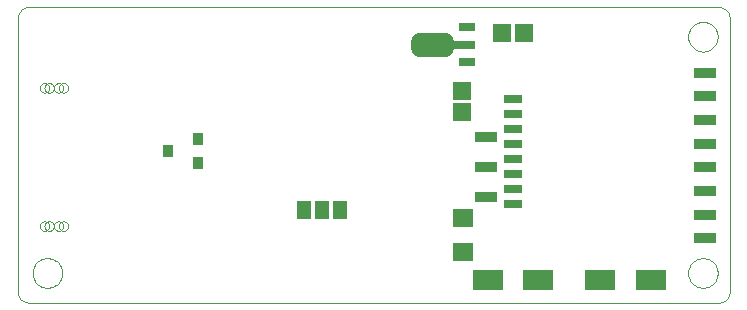
<source format=gbp>
G75*
%MOIN*%
%OFA0B0*%
%FSLAX24Y24*%
%IPPOS*%
%LPD*%
%AMOC8*
5,1,8,0,0,1.08239X$1,22.5*
%
%ADD10C,0.0000*%
%ADD11R,0.1043X0.0689*%
%ADD12R,0.0710X0.0630*%
%ADD13R,0.0551X0.0315*%
%ADD14R,0.0748X0.0315*%
%ADD15C,0.0600*%
%ADD16R,0.0600X0.0600*%
%ADD17R,0.0600X0.0250*%
%ADD18R,0.0760X0.0320*%
%ADD19R,0.0460X0.0630*%
%ADD20R,0.0354X0.0394*%
D10*
X005880Y000515D02*
X005880Y009649D01*
X005879Y009649D02*
X005877Y009686D01*
X005879Y009723D01*
X005884Y009760D01*
X005894Y009796D01*
X005907Y009831D01*
X005924Y009865D01*
X005944Y009896D01*
X005967Y009925D01*
X005994Y009952D01*
X006022Y009976D01*
X006054Y009996D01*
X006087Y010013D01*
X006122Y010027D01*
X006158Y010037D01*
X006195Y010043D01*
X029207Y010043D01*
X029244Y010045D01*
X029281Y010043D01*
X029318Y010038D01*
X029354Y010028D01*
X029389Y010015D01*
X029423Y009998D01*
X029454Y009978D01*
X029483Y009955D01*
X029510Y009928D01*
X029534Y009900D01*
X029554Y009868D01*
X029571Y009835D01*
X029585Y009800D01*
X029595Y009764D01*
X029601Y009727D01*
X029601Y009728D02*
X029601Y000594D01*
X029601Y000593D02*
X029603Y000556D01*
X029601Y000519D01*
X029596Y000482D01*
X029586Y000446D01*
X029573Y000411D01*
X029556Y000377D01*
X029536Y000346D01*
X029513Y000317D01*
X029486Y000290D01*
X029458Y000266D01*
X029426Y000246D01*
X029393Y000229D01*
X029358Y000215D01*
X029322Y000205D01*
X029285Y000199D01*
X029286Y000200D02*
X006274Y000200D01*
X006273Y000199D02*
X006238Y000197D01*
X006203Y000198D01*
X006169Y000203D01*
X006135Y000211D01*
X006102Y000222D01*
X006070Y000237D01*
X006039Y000255D01*
X006011Y000275D01*
X005985Y000298D01*
X005961Y000324D01*
X005940Y000352D01*
X005921Y000382D01*
X005906Y000413D01*
X005894Y000446D01*
X005885Y000480D01*
X005879Y000515D01*
X006372Y001184D02*
X006374Y001228D01*
X006380Y001272D01*
X006390Y001315D01*
X006403Y001357D01*
X006421Y001397D01*
X006442Y001436D01*
X006466Y001473D01*
X006493Y001508D01*
X006524Y001540D01*
X006557Y001569D01*
X006593Y001595D01*
X006631Y001617D01*
X006671Y001636D01*
X006712Y001652D01*
X006755Y001664D01*
X006798Y001672D01*
X006842Y001676D01*
X006886Y001676D01*
X006930Y001672D01*
X006973Y001664D01*
X007016Y001652D01*
X007057Y001636D01*
X007097Y001617D01*
X007135Y001595D01*
X007171Y001569D01*
X007204Y001540D01*
X007235Y001508D01*
X007262Y001473D01*
X007286Y001436D01*
X007307Y001397D01*
X007325Y001357D01*
X007338Y001315D01*
X007348Y001272D01*
X007354Y001228D01*
X007356Y001184D01*
X007354Y001140D01*
X007348Y001096D01*
X007338Y001053D01*
X007325Y001011D01*
X007307Y000971D01*
X007286Y000932D01*
X007262Y000895D01*
X007235Y000860D01*
X007204Y000828D01*
X007171Y000799D01*
X007135Y000773D01*
X007097Y000751D01*
X007057Y000732D01*
X007016Y000716D01*
X006973Y000704D01*
X006930Y000696D01*
X006886Y000692D01*
X006842Y000692D01*
X006798Y000696D01*
X006755Y000704D01*
X006712Y000716D01*
X006671Y000732D01*
X006631Y000751D01*
X006593Y000773D01*
X006557Y000799D01*
X006524Y000828D01*
X006493Y000860D01*
X006466Y000895D01*
X006442Y000932D01*
X006421Y000971D01*
X006403Y001011D01*
X006390Y001053D01*
X006380Y001096D01*
X006374Y001140D01*
X006372Y001184D01*
X006609Y002747D02*
X006611Y002772D01*
X006617Y002796D01*
X006626Y002818D01*
X006639Y002839D01*
X006655Y002858D01*
X006674Y002874D01*
X006695Y002887D01*
X006717Y002896D01*
X006741Y002902D01*
X006766Y002904D01*
X006791Y002902D01*
X006815Y002896D01*
X006837Y002887D01*
X006858Y002874D01*
X006877Y002858D01*
X006893Y002839D01*
X006906Y002818D01*
X006915Y002796D01*
X006921Y002772D01*
X006923Y002747D01*
X006921Y002722D01*
X006915Y002698D01*
X006906Y002676D01*
X006893Y002655D01*
X006877Y002636D01*
X006858Y002620D01*
X006837Y002607D01*
X006815Y002598D01*
X006791Y002592D01*
X006766Y002590D01*
X006741Y002592D01*
X006717Y002598D01*
X006695Y002607D01*
X006674Y002620D01*
X006655Y002636D01*
X006639Y002655D01*
X006626Y002676D01*
X006617Y002698D01*
X006611Y002722D01*
X006609Y002747D01*
X006766Y002747D02*
X006768Y002772D01*
X006774Y002796D01*
X006783Y002818D01*
X006796Y002839D01*
X006812Y002858D01*
X006831Y002874D01*
X006852Y002887D01*
X006874Y002896D01*
X006898Y002902D01*
X006923Y002904D01*
X006948Y002902D01*
X006972Y002896D01*
X006994Y002887D01*
X007015Y002874D01*
X007034Y002858D01*
X007050Y002839D01*
X007063Y002818D01*
X007072Y002796D01*
X007078Y002772D01*
X007080Y002747D01*
X007078Y002722D01*
X007072Y002698D01*
X007063Y002676D01*
X007050Y002655D01*
X007034Y002636D01*
X007015Y002620D01*
X006994Y002607D01*
X006972Y002598D01*
X006948Y002592D01*
X006923Y002590D01*
X006898Y002592D01*
X006874Y002598D01*
X006852Y002607D01*
X006831Y002620D01*
X006812Y002636D01*
X006796Y002655D01*
X006783Y002676D01*
X006774Y002698D01*
X006768Y002722D01*
X006766Y002747D01*
X007081Y002747D02*
X007083Y002772D01*
X007089Y002796D01*
X007098Y002818D01*
X007111Y002839D01*
X007127Y002858D01*
X007146Y002874D01*
X007167Y002887D01*
X007189Y002896D01*
X007213Y002902D01*
X007238Y002904D01*
X007263Y002902D01*
X007287Y002896D01*
X007309Y002887D01*
X007330Y002874D01*
X007349Y002858D01*
X007365Y002839D01*
X007378Y002818D01*
X007387Y002796D01*
X007393Y002772D01*
X007395Y002747D01*
X007393Y002722D01*
X007387Y002698D01*
X007378Y002676D01*
X007365Y002655D01*
X007349Y002636D01*
X007330Y002620D01*
X007309Y002607D01*
X007287Y002598D01*
X007263Y002592D01*
X007238Y002590D01*
X007213Y002592D01*
X007189Y002598D01*
X007167Y002607D01*
X007146Y002620D01*
X007127Y002636D01*
X007111Y002655D01*
X007098Y002676D01*
X007089Y002698D01*
X007083Y002722D01*
X007081Y002747D01*
X007239Y002747D02*
X007241Y002772D01*
X007247Y002796D01*
X007256Y002818D01*
X007269Y002839D01*
X007285Y002858D01*
X007304Y002874D01*
X007325Y002887D01*
X007347Y002896D01*
X007371Y002902D01*
X007396Y002904D01*
X007421Y002902D01*
X007445Y002896D01*
X007467Y002887D01*
X007488Y002874D01*
X007507Y002858D01*
X007523Y002839D01*
X007536Y002818D01*
X007545Y002796D01*
X007551Y002772D01*
X007553Y002747D01*
X007551Y002722D01*
X007545Y002698D01*
X007536Y002676D01*
X007523Y002655D01*
X007507Y002636D01*
X007488Y002620D01*
X007467Y002607D01*
X007445Y002598D01*
X007421Y002592D01*
X007396Y002590D01*
X007371Y002592D01*
X007347Y002598D01*
X007325Y002607D01*
X007304Y002620D01*
X007285Y002636D01*
X007269Y002655D01*
X007256Y002676D01*
X007247Y002698D01*
X007241Y002722D01*
X007239Y002747D01*
X007081Y007353D02*
X007083Y007378D01*
X007089Y007402D01*
X007098Y007424D01*
X007111Y007445D01*
X007127Y007464D01*
X007146Y007480D01*
X007167Y007493D01*
X007189Y007502D01*
X007213Y007508D01*
X007238Y007510D01*
X007263Y007508D01*
X007287Y007502D01*
X007309Y007493D01*
X007330Y007480D01*
X007349Y007464D01*
X007365Y007445D01*
X007378Y007424D01*
X007387Y007402D01*
X007393Y007378D01*
X007395Y007353D01*
X007393Y007328D01*
X007387Y007304D01*
X007378Y007282D01*
X007365Y007261D01*
X007349Y007242D01*
X007330Y007226D01*
X007309Y007213D01*
X007287Y007204D01*
X007263Y007198D01*
X007238Y007196D01*
X007213Y007198D01*
X007189Y007204D01*
X007167Y007213D01*
X007146Y007226D01*
X007127Y007242D01*
X007111Y007261D01*
X007098Y007282D01*
X007089Y007304D01*
X007083Y007328D01*
X007081Y007353D01*
X006766Y007353D02*
X006768Y007378D01*
X006774Y007402D01*
X006783Y007424D01*
X006796Y007445D01*
X006812Y007464D01*
X006831Y007480D01*
X006852Y007493D01*
X006874Y007502D01*
X006898Y007508D01*
X006923Y007510D01*
X006948Y007508D01*
X006972Y007502D01*
X006994Y007493D01*
X007015Y007480D01*
X007034Y007464D01*
X007050Y007445D01*
X007063Y007424D01*
X007072Y007402D01*
X007078Y007378D01*
X007080Y007353D01*
X007078Y007328D01*
X007072Y007304D01*
X007063Y007282D01*
X007050Y007261D01*
X007034Y007242D01*
X007015Y007226D01*
X006994Y007213D01*
X006972Y007204D01*
X006948Y007198D01*
X006923Y007196D01*
X006898Y007198D01*
X006874Y007204D01*
X006852Y007213D01*
X006831Y007226D01*
X006812Y007242D01*
X006796Y007261D01*
X006783Y007282D01*
X006774Y007304D01*
X006768Y007328D01*
X006766Y007353D01*
X006609Y007353D02*
X006611Y007378D01*
X006617Y007402D01*
X006626Y007424D01*
X006639Y007445D01*
X006655Y007464D01*
X006674Y007480D01*
X006695Y007493D01*
X006717Y007502D01*
X006741Y007508D01*
X006766Y007510D01*
X006791Y007508D01*
X006815Y007502D01*
X006837Y007493D01*
X006858Y007480D01*
X006877Y007464D01*
X006893Y007445D01*
X006906Y007424D01*
X006915Y007402D01*
X006921Y007378D01*
X006923Y007353D01*
X006921Y007328D01*
X006915Y007304D01*
X006906Y007282D01*
X006893Y007261D01*
X006877Y007242D01*
X006858Y007226D01*
X006837Y007213D01*
X006815Y007204D01*
X006791Y007198D01*
X006766Y007196D01*
X006741Y007198D01*
X006717Y007204D01*
X006695Y007213D01*
X006674Y007226D01*
X006655Y007242D01*
X006639Y007261D01*
X006626Y007282D01*
X006617Y007304D01*
X006611Y007328D01*
X006609Y007353D01*
X007239Y007353D02*
X007241Y007378D01*
X007247Y007402D01*
X007256Y007424D01*
X007269Y007445D01*
X007285Y007464D01*
X007304Y007480D01*
X007325Y007493D01*
X007347Y007502D01*
X007371Y007508D01*
X007396Y007510D01*
X007421Y007508D01*
X007445Y007502D01*
X007467Y007493D01*
X007488Y007480D01*
X007507Y007464D01*
X007523Y007445D01*
X007536Y007424D01*
X007545Y007402D01*
X007551Y007378D01*
X007553Y007353D01*
X007551Y007328D01*
X007545Y007304D01*
X007536Y007282D01*
X007523Y007261D01*
X007507Y007242D01*
X007488Y007226D01*
X007467Y007213D01*
X007445Y007204D01*
X007421Y007198D01*
X007396Y007196D01*
X007371Y007198D01*
X007347Y007204D01*
X007325Y007213D01*
X007304Y007226D01*
X007285Y007242D01*
X007269Y007261D01*
X007256Y007282D01*
X007247Y007304D01*
X007241Y007328D01*
X007239Y007353D01*
X028223Y009058D02*
X028225Y009102D01*
X028231Y009146D01*
X028241Y009189D01*
X028254Y009231D01*
X028272Y009271D01*
X028293Y009310D01*
X028317Y009347D01*
X028344Y009382D01*
X028375Y009414D01*
X028408Y009443D01*
X028444Y009469D01*
X028482Y009491D01*
X028522Y009510D01*
X028563Y009526D01*
X028606Y009538D01*
X028649Y009546D01*
X028693Y009550D01*
X028737Y009550D01*
X028781Y009546D01*
X028824Y009538D01*
X028867Y009526D01*
X028908Y009510D01*
X028948Y009491D01*
X028986Y009469D01*
X029022Y009443D01*
X029055Y009414D01*
X029086Y009382D01*
X029113Y009347D01*
X029137Y009310D01*
X029158Y009271D01*
X029176Y009231D01*
X029189Y009189D01*
X029199Y009146D01*
X029205Y009102D01*
X029207Y009058D01*
X029205Y009014D01*
X029199Y008970D01*
X029189Y008927D01*
X029176Y008885D01*
X029158Y008845D01*
X029137Y008806D01*
X029113Y008769D01*
X029086Y008734D01*
X029055Y008702D01*
X029022Y008673D01*
X028986Y008647D01*
X028948Y008625D01*
X028908Y008606D01*
X028867Y008590D01*
X028824Y008578D01*
X028781Y008570D01*
X028737Y008566D01*
X028693Y008566D01*
X028649Y008570D01*
X028606Y008578D01*
X028563Y008590D01*
X028522Y008606D01*
X028482Y008625D01*
X028444Y008647D01*
X028408Y008673D01*
X028375Y008702D01*
X028344Y008734D01*
X028317Y008769D01*
X028293Y008806D01*
X028272Y008845D01*
X028254Y008885D01*
X028241Y008927D01*
X028231Y008970D01*
X028225Y009014D01*
X028223Y009058D01*
X028223Y001184D02*
X028225Y001228D01*
X028231Y001272D01*
X028241Y001315D01*
X028254Y001357D01*
X028272Y001397D01*
X028293Y001436D01*
X028317Y001473D01*
X028344Y001508D01*
X028375Y001540D01*
X028408Y001569D01*
X028444Y001595D01*
X028482Y001617D01*
X028522Y001636D01*
X028563Y001652D01*
X028606Y001664D01*
X028649Y001672D01*
X028693Y001676D01*
X028737Y001676D01*
X028781Y001672D01*
X028824Y001664D01*
X028867Y001652D01*
X028908Y001636D01*
X028948Y001617D01*
X028986Y001595D01*
X029022Y001569D01*
X029055Y001540D01*
X029086Y001508D01*
X029113Y001473D01*
X029137Y001436D01*
X029158Y001397D01*
X029176Y001357D01*
X029189Y001315D01*
X029199Y001272D01*
X029205Y001228D01*
X029207Y001184D01*
X029205Y001140D01*
X029199Y001096D01*
X029189Y001053D01*
X029176Y001011D01*
X029158Y000971D01*
X029137Y000932D01*
X029113Y000895D01*
X029086Y000860D01*
X029055Y000828D01*
X029022Y000799D01*
X028986Y000773D01*
X028948Y000751D01*
X028908Y000732D01*
X028867Y000716D01*
X028824Y000704D01*
X028781Y000696D01*
X028737Y000692D01*
X028693Y000692D01*
X028649Y000696D01*
X028606Y000704D01*
X028563Y000716D01*
X028522Y000732D01*
X028482Y000751D01*
X028444Y000773D01*
X028408Y000799D01*
X028375Y000828D01*
X028344Y000860D01*
X028317Y000895D01*
X028293Y000932D01*
X028272Y000971D01*
X028254Y001011D01*
X028241Y001053D01*
X028231Y001096D01*
X028225Y001140D01*
X028223Y001184D01*
D11*
X026977Y000950D03*
X025284Y000950D03*
X023227Y000950D03*
X021534Y000950D03*
D12*
X020730Y001888D03*
X020730Y003012D03*
D13*
X020860Y008210D03*
X020860Y009390D03*
D14*
X020760Y008800D03*
D15*
X019292Y008700D02*
X019292Y008900D01*
X020128Y008900D01*
X020128Y008700D01*
X019292Y008700D01*
D16*
X022015Y009200D03*
X022745Y009200D03*
X020680Y007265D03*
X020680Y006535D03*
D17*
X022385Y006480D03*
X022385Y005980D03*
X022385Y005480D03*
X022385Y004980D03*
X022385Y004480D03*
X022385Y003980D03*
X022385Y003480D03*
X022385Y006980D03*
D18*
X021480Y005725D03*
X021480Y004725D03*
X021480Y003725D03*
X028780Y003919D03*
X028780Y003131D03*
X028780Y002344D03*
X028780Y004706D03*
X028780Y005494D03*
X028780Y006281D03*
X028780Y007069D03*
X028780Y007856D03*
D19*
X016630Y003300D03*
X016030Y003300D03*
X015430Y003300D03*
D20*
X011892Y004856D03*
X010868Y005250D03*
X011892Y005644D03*
M02*

</source>
